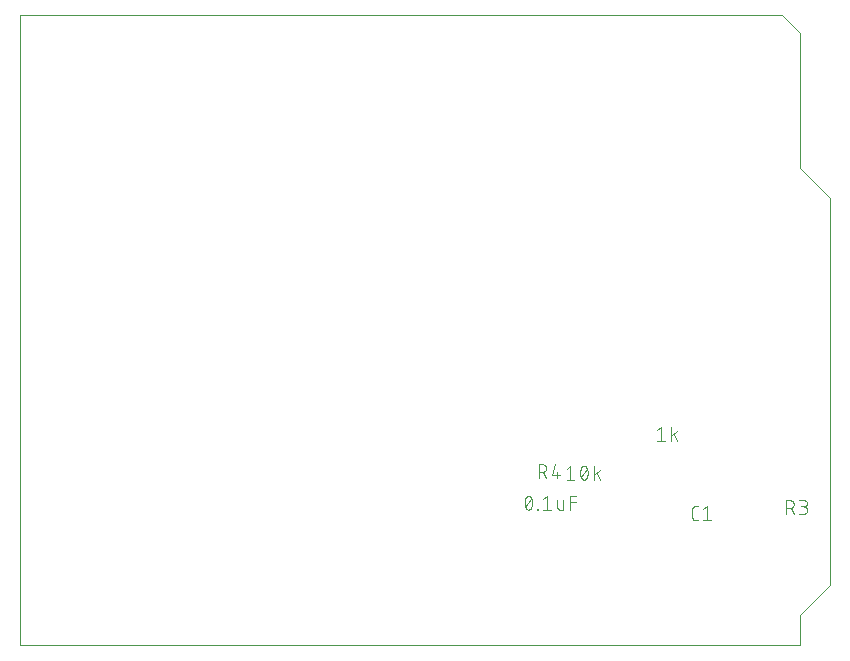
<source format=gbr>
G04 EAGLE Gerber RS-274X export*
G75*
%MOMM*%
%FSLAX34Y34*%
%LPD*%
%INSilkscreen Bottom*%
%IPPOS*%
%AMOC8*
5,1,8,0,0,1.08239X$1,22.5*%
G01*
%ADD10C,0.000000*%
%ADD11C,0.101600*%


D10*
X421640Y-12700D02*
X1082040Y-12700D01*
X1082040Y12700D01*
X1107440Y38100D01*
X1107440Y365760D01*
X1082040Y391160D01*
X1082040Y505460D01*
X1066800Y520700D01*
X421640Y520700D01*
X421640Y-12700D01*
D11*
X1070035Y98298D02*
X1070035Y109982D01*
X1073280Y109982D01*
X1073393Y109980D01*
X1073506Y109974D01*
X1073619Y109964D01*
X1073732Y109950D01*
X1073844Y109933D01*
X1073955Y109911D01*
X1074065Y109886D01*
X1074175Y109856D01*
X1074283Y109823D01*
X1074390Y109786D01*
X1074496Y109746D01*
X1074600Y109701D01*
X1074703Y109653D01*
X1074804Y109602D01*
X1074903Y109547D01*
X1075000Y109489D01*
X1075095Y109427D01*
X1075188Y109362D01*
X1075278Y109294D01*
X1075366Y109223D01*
X1075452Y109148D01*
X1075535Y109071D01*
X1075615Y108991D01*
X1075692Y108908D01*
X1075767Y108822D01*
X1075838Y108734D01*
X1075906Y108644D01*
X1075971Y108551D01*
X1076033Y108456D01*
X1076091Y108359D01*
X1076146Y108260D01*
X1076197Y108159D01*
X1076245Y108056D01*
X1076290Y107952D01*
X1076330Y107846D01*
X1076367Y107739D01*
X1076400Y107631D01*
X1076430Y107521D01*
X1076455Y107411D01*
X1076477Y107300D01*
X1076494Y107188D01*
X1076508Y107075D01*
X1076518Y106962D01*
X1076524Y106849D01*
X1076526Y106736D01*
X1076524Y106623D01*
X1076518Y106510D01*
X1076508Y106397D01*
X1076494Y106284D01*
X1076477Y106172D01*
X1076455Y106061D01*
X1076430Y105951D01*
X1076400Y105841D01*
X1076367Y105733D01*
X1076330Y105626D01*
X1076290Y105520D01*
X1076245Y105416D01*
X1076197Y105313D01*
X1076146Y105212D01*
X1076091Y105113D01*
X1076033Y105016D01*
X1075971Y104921D01*
X1075906Y104828D01*
X1075838Y104738D01*
X1075767Y104650D01*
X1075692Y104564D01*
X1075615Y104481D01*
X1075535Y104401D01*
X1075452Y104324D01*
X1075366Y104249D01*
X1075278Y104178D01*
X1075188Y104110D01*
X1075095Y104045D01*
X1075000Y103983D01*
X1074903Y103925D01*
X1074804Y103870D01*
X1074703Y103819D01*
X1074600Y103771D01*
X1074496Y103726D01*
X1074390Y103686D01*
X1074283Y103649D01*
X1074175Y103616D01*
X1074065Y103586D01*
X1073955Y103561D01*
X1073844Y103539D01*
X1073732Y103522D01*
X1073619Y103508D01*
X1073506Y103498D01*
X1073393Y103492D01*
X1073280Y103490D01*
X1073280Y103491D02*
X1070035Y103491D01*
X1073929Y103491D02*
X1076526Y98298D01*
X1081391Y98298D02*
X1084636Y98298D01*
X1084749Y98300D01*
X1084862Y98306D01*
X1084975Y98316D01*
X1085088Y98330D01*
X1085200Y98347D01*
X1085311Y98369D01*
X1085421Y98394D01*
X1085531Y98424D01*
X1085639Y98457D01*
X1085746Y98494D01*
X1085852Y98534D01*
X1085956Y98579D01*
X1086059Y98627D01*
X1086160Y98678D01*
X1086259Y98733D01*
X1086356Y98791D01*
X1086451Y98853D01*
X1086544Y98918D01*
X1086634Y98986D01*
X1086722Y99057D01*
X1086808Y99132D01*
X1086891Y99209D01*
X1086971Y99289D01*
X1087048Y99372D01*
X1087123Y99458D01*
X1087194Y99546D01*
X1087262Y99636D01*
X1087327Y99729D01*
X1087389Y99824D01*
X1087447Y99921D01*
X1087502Y100020D01*
X1087553Y100121D01*
X1087601Y100224D01*
X1087646Y100328D01*
X1087686Y100434D01*
X1087723Y100541D01*
X1087756Y100649D01*
X1087786Y100759D01*
X1087811Y100869D01*
X1087833Y100980D01*
X1087850Y101092D01*
X1087864Y101205D01*
X1087874Y101318D01*
X1087880Y101431D01*
X1087882Y101544D01*
X1087880Y101657D01*
X1087874Y101770D01*
X1087864Y101883D01*
X1087850Y101996D01*
X1087833Y102108D01*
X1087811Y102219D01*
X1087786Y102329D01*
X1087756Y102439D01*
X1087723Y102547D01*
X1087686Y102654D01*
X1087646Y102760D01*
X1087601Y102864D01*
X1087553Y102967D01*
X1087502Y103068D01*
X1087447Y103167D01*
X1087389Y103264D01*
X1087327Y103359D01*
X1087262Y103452D01*
X1087194Y103542D01*
X1087123Y103630D01*
X1087048Y103716D01*
X1086971Y103799D01*
X1086891Y103879D01*
X1086808Y103956D01*
X1086722Y104031D01*
X1086634Y104102D01*
X1086544Y104170D01*
X1086451Y104235D01*
X1086356Y104297D01*
X1086259Y104355D01*
X1086160Y104410D01*
X1086059Y104461D01*
X1085956Y104509D01*
X1085852Y104554D01*
X1085746Y104594D01*
X1085639Y104631D01*
X1085531Y104664D01*
X1085421Y104694D01*
X1085311Y104719D01*
X1085200Y104741D01*
X1085088Y104758D01*
X1084975Y104772D01*
X1084862Y104782D01*
X1084749Y104788D01*
X1084636Y104790D01*
X1085286Y109982D02*
X1081391Y109982D01*
X1085286Y109982D02*
X1085387Y109980D01*
X1085487Y109974D01*
X1085587Y109964D01*
X1085687Y109951D01*
X1085786Y109933D01*
X1085885Y109912D01*
X1085982Y109887D01*
X1086079Y109858D01*
X1086174Y109825D01*
X1086268Y109789D01*
X1086360Y109749D01*
X1086451Y109706D01*
X1086540Y109659D01*
X1086627Y109609D01*
X1086713Y109555D01*
X1086796Y109498D01*
X1086876Y109438D01*
X1086955Y109375D01*
X1087031Y109308D01*
X1087104Y109239D01*
X1087174Y109167D01*
X1087242Y109093D01*
X1087307Y109016D01*
X1087368Y108936D01*
X1087427Y108854D01*
X1087482Y108770D01*
X1087534Y108684D01*
X1087583Y108596D01*
X1087628Y108506D01*
X1087670Y108414D01*
X1087708Y108321D01*
X1087742Y108226D01*
X1087773Y108131D01*
X1087800Y108034D01*
X1087823Y107936D01*
X1087843Y107837D01*
X1087858Y107737D01*
X1087870Y107637D01*
X1087878Y107537D01*
X1087882Y107436D01*
X1087882Y107336D01*
X1087878Y107235D01*
X1087870Y107135D01*
X1087858Y107035D01*
X1087843Y106935D01*
X1087823Y106836D01*
X1087800Y106738D01*
X1087773Y106641D01*
X1087742Y106546D01*
X1087708Y106451D01*
X1087670Y106358D01*
X1087628Y106266D01*
X1087583Y106176D01*
X1087534Y106088D01*
X1087482Y106002D01*
X1087427Y105918D01*
X1087368Y105836D01*
X1087307Y105756D01*
X1087242Y105679D01*
X1087174Y105605D01*
X1087104Y105533D01*
X1087031Y105464D01*
X1086955Y105397D01*
X1086876Y105334D01*
X1086796Y105274D01*
X1086713Y105217D01*
X1086627Y105163D01*
X1086540Y105113D01*
X1086451Y105066D01*
X1086360Y105023D01*
X1086268Y104983D01*
X1086174Y104947D01*
X1086079Y104914D01*
X1085982Y104885D01*
X1085885Y104860D01*
X1085786Y104839D01*
X1085687Y104821D01*
X1085587Y104808D01*
X1085487Y104798D01*
X1085387Y104792D01*
X1085286Y104790D01*
X1085286Y104789D02*
X1082689Y104789D01*
X963874Y172212D02*
X960628Y169616D01*
X963874Y172212D02*
X963874Y160528D01*
X967119Y160528D02*
X960628Y160528D01*
X972462Y160528D02*
X972462Y172212D01*
X977654Y168317D02*
X972462Y164423D01*
X974733Y166045D02*
X977654Y160528D01*
X860485Y140462D02*
X860485Y128778D01*
X860485Y140462D02*
X863730Y140462D01*
X863843Y140460D01*
X863956Y140454D01*
X864069Y140444D01*
X864182Y140430D01*
X864294Y140413D01*
X864405Y140391D01*
X864515Y140366D01*
X864625Y140336D01*
X864733Y140303D01*
X864840Y140266D01*
X864946Y140226D01*
X865050Y140181D01*
X865153Y140133D01*
X865254Y140082D01*
X865353Y140027D01*
X865450Y139969D01*
X865545Y139907D01*
X865638Y139842D01*
X865728Y139774D01*
X865816Y139703D01*
X865902Y139628D01*
X865985Y139551D01*
X866065Y139471D01*
X866142Y139388D01*
X866217Y139302D01*
X866288Y139214D01*
X866356Y139124D01*
X866421Y139031D01*
X866483Y138936D01*
X866541Y138839D01*
X866596Y138740D01*
X866647Y138639D01*
X866695Y138536D01*
X866740Y138432D01*
X866780Y138326D01*
X866817Y138219D01*
X866850Y138111D01*
X866880Y138001D01*
X866905Y137891D01*
X866927Y137780D01*
X866944Y137668D01*
X866958Y137555D01*
X866968Y137442D01*
X866974Y137329D01*
X866976Y137216D01*
X866974Y137103D01*
X866968Y136990D01*
X866958Y136877D01*
X866944Y136764D01*
X866927Y136652D01*
X866905Y136541D01*
X866880Y136431D01*
X866850Y136321D01*
X866817Y136213D01*
X866780Y136106D01*
X866740Y136000D01*
X866695Y135896D01*
X866647Y135793D01*
X866596Y135692D01*
X866541Y135593D01*
X866483Y135496D01*
X866421Y135401D01*
X866356Y135308D01*
X866288Y135218D01*
X866217Y135130D01*
X866142Y135044D01*
X866065Y134961D01*
X865985Y134881D01*
X865902Y134804D01*
X865816Y134729D01*
X865728Y134658D01*
X865638Y134590D01*
X865545Y134525D01*
X865450Y134463D01*
X865353Y134405D01*
X865254Y134350D01*
X865153Y134299D01*
X865050Y134251D01*
X864946Y134206D01*
X864840Y134166D01*
X864733Y134129D01*
X864625Y134096D01*
X864515Y134066D01*
X864405Y134041D01*
X864294Y134019D01*
X864182Y134002D01*
X864069Y133988D01*
X863956Y133978D01*
X863843Y133972D01*
X863730Y133970D01*
X863730Y133971D02*
X860485Y133971D01*
X864379Y133971D02*
X866976Y128778D01*
X871841Y131374D02*
X874437Y140462D01*
X871841Y131374D02*
X878332Y131374D01*
X876385Y133971D02*
X876385Y128778D01*
X884166Y136596D02*
X887411Y139192D01*
X887411Y127508D01*
X884166Y127508D02*
X890657Y127508D01*
X895596Y133350D02*
X895599Y133580D01*
X895607Y133810D01*
X895621Y134039D01*
X895640Y134268D01*
X895665Y134497D01*
X895695Y134724D01*
X895730Y134952D01*
X895771Y135178D01*
X895817Y135403D01*
X895869Y135627D01*
X895926Y135849D01*
X895988Y136071D01*
X896056Y136290D01*
X896129Y136508D01*
X896207Y136725D01*
X896290Y136939D01*
X896378Y137151D01*
X896471Y137361D01*
X896570Y137569D01*
X896569Y137569D02*
X896602Y137659D01*
X896638Y137748D01*
X896678Y137836D01*
X896722Y137921D01*
X896769Y138005D01*
X896819Y138087D01*
X896873Y138167D01*
X896929Y138244D01*
X896989Y138320D01*
X897052Y138393D01*
X897117Y138463D01*
X897186Y138531D01*
X897257Y138595D01*
X897330Y138657D01*
X897406Y138716D01*
X897484Y138772D01*
X897565Y138825D01*
X897647Y138874D01*
X897731Y138920D01*
X897818Y138963D01*
X897905Y139002D01*
X897995Y139038D01*
X898085Y139070D01*
X898177Y139098D01*
X898270Y139123D01*
X898364Y139144D01*
X898458Y139161D01*
X898553Y139175D01*
X898649Y139184D01*
X898745Y139190D01*
X898841Y139192D01*
X898937Y139190D01*
X899033Y139184D01*
X899129Y139175D01*
X899224Y139161D01*
X899318Y139144D01*
X899412Y139123D01*
X899505Y139098D01*
X899597Y139070D01*
X899687Y139038D01*
X899777Y139002D01*
X899864Y138963D01*
X899951Y138920D01*
X900035Y138874D01*
X900117Y138825D01*
X900198Y138772D01*
X900276Y138716D01*
X900352Y138657D01*
X900425Y138595D01*
X900496Y138531D01*
X900565Y138463D01*
X900630Y138393D01*
X900693Y138320D01*
X900753Y138244D01*
X900809Y138167D01*
X900863Y138087D01*
X900913Y138005D01*
X900960Y137921D01*
X901004Y137836D01*
X901044Y137748D01*
X901080Y137659D01*
X901113Y137569D01*
X901212Y137362D01*
X901305Y137152D01*
X901393Y136939D01*
X901476Y136725D01*
X901554Y136509D01*
X901627Y136291D01*
X901695Y136071D01*
X901757Y135850D01*
X901814Y135627D01*
X901866Y135403D01*
X901912Y135178D01*
X901953Y134952D01*
X901988Y134725D01*
X902018Y134497D01*
X902043Y134268D01*
X902062Y134039D01*
X902076Y133810D01*
X902084Y133580D01*
X902087Y133350D01*
X895595Y133350D02*
X895598Y133120D01*
X895606Y132890D01*
X895620Y132661D01*
X895639Y132432D01*
X895664Y132203D01*
X895694Y131975D01*
X895729Y131748D01*
X895770Y131522D01*
X895816Y131297D01*
X895868Y131073D01*
X895925Y130850D01*
X895987Y130629D01*
X896055Y130409D01*
X896128Y130191D01*
X896206Y129975D01*
X896289Y129761D01*
X896377Y129549D01*
X896470Y129338D01*
X896569Y129131D01*
X896602Y129041D01*
X896638Y128952D01*
X896679Y128864D01*
X896722Y128779D01*
X896769Y128695D01*
X896819Y128613D01*
X896873Y128533D01*
X896929Y128456D01*
X896989Y128380D01*
X897052Y128307D01*
X897117Y128237D01*
X897186Y128169D01*
X897257Y128105D01*
X897330Y128043D01*
X897406Y127984D01*
X897484Y127928D01*
X897565Y127875D01*
X897647Y127826D01*
X897731Y127780D01*
X897818Y127737D01*
X897905Y127698D01*
X897995Y127662D01*
X898085Y127630D01*
X898177Y127602D01*
X898270Y127577D01*
X898364Y127556D01*
X898458Y127539D01*
X898553Y127525D01*
X898649Y127516D01*
X898745Y127510D01*
X898841Y127508D01*
X901113Y129131D02*
X901212Y129338D01*
X901305Y129549D01*
X901393Y129761D01*
X901476Y129975D01*
X901554Y130191D01*
X901627Y130409D01*
X901695Y130629D01*
X901757Y130850D01*
X901814Y131073D01*
X901866Y131297D01*
X901912Y131522D01*
X901953Y131748D01*
X901988Y131975D01*
X902018Y132203D01*
X902043Y132432D01*
X902062Y132661D01*
X902076Y132890D01*
X902084Y133120D01*
X902087Y133350D01*
X901113Y129131D02*
X901080Y129041D01*
X901044Y128952D01*
X901004Y128864D01*
X900960Y128779D01*
X900913Y128695D01*
X900863Y128613D01*
X900809Y128533D01*
X900753Y128456D01*
X900693Y128380D01*
X900630Y128307D01*
X900565Y128237D01*
X900496Y128169D01*
X900425Y128105D01*
X900352Y128043D01*
X900276Y127984D01*
X900198Y127928D01*
X900117Y127875D01*
X900035Y127826D01*
X899951Y127780D01*
X899864Y127737D01*
X899777Y127698D01*
X899687Y127662D01*
X899597Y127630D01*
X899505Y127602D01*
X899412Y127577D01*
X899318Y127556D01*
X899224Y127539D01*
X899129Y127525D01*
X899033Y127516D01*
X898937Y127510D01*
X898841Y127508D01*
X896245Y130104D02*
X901438Y136596D01*
X907429Y139192D02*
X907429Y127508D01*
X907429Y131403D02*
X912622Y135297D01*
X909701Y133025D02*
X912622Y127508D01*
X993149Y93218D02*
X995746Y93218D01*
X993149Y93218D02*
X993050Y93220D01*
X992950Y93226D01*
X992851Y93235D01*
X992753Y93248D01*
X992655Y93265D01*
X992557Y93286D01*
X992461Y93311D01*
X992366Y93339D01*
X992272Y93371D01*
X992179Y93406D01*
X992087Y93445D01*
X991997Y93488D01*
X991909Y93533D01*
X991822Y93583D01*
X991738Y93635D01*
X991655Y93691D01*
X991575Y93749D01*
X991497Y93811D01*
X991422Y93876D01*
X991349Y93944D01*
X991279Y94014D01*
X991211Y94087D01*
X991146Y94162D01*
X991084Y94240D01*
X991026Y94320D01*
X990970Y94403D01*
X990918Y94487D01*
X990868Y94574D01*
X990823Y94662D01*
X990780Y94752D01*
X990741Y94844D01*
X990706Y94937D01*
X990674Y95031D01*
X990646Y95126D01*
X990621Y95222D01*
X990600Y95320D01*
X990583Y95418D01*
X990570Y95516D01*
X990561Y95615D01*
X990555Y95715D01*
X990553Y95814D01*
X990553Y102306D01*
X990555Y102405D01*
X990561Y102505D01*
X990570Y102604D01*
X990583Y102702D01*
X990600Y102800D01*
X990621Y102898D01*
X990646Y102994D01*
X990674Y103089D01*
X990706Y103183D01*
X990741Y103276D01*
X990780Y103368D01*
X990823Y103458D01*
X990868Y103546D01*
X990918Y103633D01*
X990970Y103717D01*
X991026Y103800D01*
X991084Y103880D01*
X991146Y103958D01*
X991211Y104033D01*
X991279Y104106D01*
X991349Y104176D01*
X991422Y104244D01*
X991497Y104309D01*
X991575Y104371D01*
X991655Y104429D01*
X991738Y104485D01*
X991822Y104537D01*
X991909Y104587D01*
X991997Y104632D01*
X992087Y104675D01*
X992179Y104714D01*
X992271Y104749D01*
X992366Y104781D01*
X992461Y104809D01*
X992557Y104834D01*
X992655Y104855D01*
X992753Y104872D01*
X992851Y104885D01*
X992950Y104894D01*
X993050Y104900D01*
X993149Y104902D01*
X995746Y104902D01*
X1000111Y102306D02*
X1003356Y104902D01*
X1003356Y93218D01*
X1000111Y93218D02*
X1006602Y93218D01*
X849580Y112169D02*
X849481Y111961D01*
X849388Y111751D01*
X849300Y111539D01*
X849217Y111325D01*
X849139Y111108D01*
X849066Y110890D01*
X848998Y110671D01*
X848936Y110449D01*
X848879Y110227D01*
X848827Y110003D01*
X848781Y109778D01*
X848740Y109552D01*
X848705Y109324D01*
X848675Y109097D01*
X848650Y108868D01*
X848631Y108639D01*
X848617Y108410D01*
X848609Y108180D01*
X848606Y107950D01*
X849579Y112169D02*
X849612Y112259D01*
X849648Y112348D01*
X849688Y112436D01*
X849732Y112521D01*
X849779Y112605D01*
X849829Y112687D01*
X849883Y112767D01*
X849939Y112844D01*
X849999Y112920D01*
X850062Y112993D01*
X850127Y113063D01*
X850196Y113131D01*
X850267Y113195D01*
X850340Y113257D01*
X850416Y113316D01*
X850494Y113372D01*
X850575Y113425D01*
X850657Y113474D01*
X850741Y113520D01*
X850828Y113563D01*
X850915Y113602D01*
X851005Y113638D01*
X851095Y113670D01*
X851187Y113698D01*
X851280Y113723D01*
X851374Y113744D01*
X851468Y113761D01*
X851563Y113775D01*
X851659Y113784D01*
X851755Y113790D01*
X851851Y113792D01*
X851947Y113790D01*
X852043Y113784D01*
X852139Y113775D01*
X852234Y113761D01*
X852328Y113744D01*
X852422Y113723D01*
X852515Y113698D01*
X852607Y113670D01*
X852697Y113638D01*
X852787Y113602D01*
X852874Y113563D01*
X852961Y113520D01*
X853045Y113474D01*
X853127Y113425D01*
X853208Y113372D01*
X853286Y113316D01*
X853362Y113257D01*
X853435Y113195D01*
X853506Y113131D01*
X853575Y113063D01*
X853640Y112993D01*
X853703Y112920D01*
X853763Y112844D01*
X853819Y112767D01*
X853873Y112687D01*
X853923Y112605D01*
X853970Y112521D01*
X854014Y112436D01*
X854054Y112348D01*
X854090Y112259D01*
X854123Y112169D01*
X854222Y111962D01*
X854315Y111752D01*
X854403Y111539D01*
X854486Y111325D01*
X854564Y111109D01*
X854637Y110891D01*
X854705Y110671D01*
X854767Y110450D01*
X854824Y110227D01*
X854876Y110003D01*
X854922Y109778D01*
X854963Y109552D01*
X854998Y109325D01*
X855028Y109097D01*
X855053Y108868D01*
X855072Y108639D01*
X855086Y108410D01*
X855094Y108180D01*
X855097Y107950D01*
X848605Y107950D02*
X848608Y107720D01*
X848616Y107490D01*
X848630Y107261D01*
X848649Y107032D01*
X848674Y106803D01*
X848704Y106575D01*
X848739Y106348D01*
X848780Y106122D01*
X848826Y105897D01*
X848878Y105673D01*
X848935Y105450D01*
X848997Y105229D01*
X849065Y105009D01*
X849138Y104791D01*
X849216Y104575D01*
X849299Y104361D01*
X849387Y104149D01*
X849480Y103938D01*
X849579Y103731D01*
X849612Y103641D01*
X849648Y103552D01*
X849689Y103464D01*
X849732Y103379D01*
X849779Y103295D01*
X849829Y103213D01*
X849883Y103133D01*
X849939Y103056D01*
X849999Y102980D01*
X850062Y102907D01*
X850127Y102837D01*
X850196Y102769D01*
X850267Y102705D01*
X850340Y102643D01*
X850416Y102584D01*
X850494Y102528D01*
X850575Y102475D01*
X850657Y102426D01*
X850741Y102380D01*
X850828Y102337D01*
X850915Y102298D01*
X851005Y102262D01*
X851095Y102230D01*
X851187Y102202D01*
X851280Y102177D01*
X851374Y102156D01*
X851468Y102139D01*
X851563Y102125D01*
X851659Y102116D01*
X851755Y102110D01*
X851851Y102108D01*
X854123Y103731D02*
X854222Y103938D01*
X854315Y104149D01*
X854403Y104361D01*
X854486Y104575D01*
X854564Y104791D01*
X854637Y105009D01*
X854705Y105229D01*
X854767Y105450D01*
X854824Y105673D01*
X854876Y105897D01*
X854922Y106122D01*
X854963Y106348D01*
X854998Y106575D01*
X855028Y106803D01*
X855053Y107032D01*
X855072Y107261D01*
X855086Y107490D01*
X855094Y107720D01*
X855097Y107950D01*
X854123Y103731D02*
X854090Y103641D01*
X854054Y103552D01*
X854014Y103464D01*
X853970Y103379D01*
X853923Y103295D01*
X853873Y103213D01*
X853819Y103133D01*
X853763Y103056D01*
X853703Y102980D01*
X853640Y102907D01*
X853575Y102837D01*
X853506Y102769D01*
X853435Y102705D01*
X853362Y102643D01*
X853286Y102584D01*
X853208Y102528D01*
X853127Y102475D01*
X853045Y102426D01*
X852961Y102380D01*
X852874Y102337D01*
X852787Y102298D01*
X852697Y102262D01*
X852607Y102230D01*
X852515Y102202D01*
X852422Y102177D01*
X852328Y102156D01*
X852234Y102139D01*
X852139Y102125D01*
X852043Y102116D01*
X851947Y102110D01*
X851851Y102108D01*
X849255Y104704D02*
X854448Y111196D01*
X859528Y102757D02*
X859528Y102108D01*
X859528Y102757D02*
X860177Y102757D01*
X860177Y102108D01*
X859528Y102108D01*
X864608Y111196D02*
X867853Y113792D01*
X867853Y102108D01*
X864608Y102108D02*
X871099Y102108D01*
X876306Y104055D02*
X876306Y109897D01*
X876306Y104055D02*
X876308Y103968D01*
X876314Y103880D01*
X876324Y103794D01*
X876337Y103707D01*
X876355Y103622D01*
X876376Y103537D01*
X876401Y103453D01*
X876430Y103371D01*
X876463Y103290D01*
X876499Y103210D01*
X876538Y103132D01*
X876582Y103056D01*
X876628Y102982D01*
X876678Y102911D01*
X876731Y102841D01*
X876787Y102774D01*
X876846Y102710D01*
X876908Y102648D01*
X876972Y102589D01*
X877039Y102533D01*
X877109Y102480D01*
X877180Y102430D01*
X877254Y102384D01*
X877330Y102340D01*
X877408Y102301D01*
X877488Y102265D01*
X877569Y102232D01*
X877651Y102203D01*
X877735Y102178D01*
X877820Y102157D01*
X877905Y102139D01*
X877992Y102126D01*
X878078Y102116D01*
X878166Y102110D01*
X878253Y102108D01*
X881499Y102108D01*
X881499Y109897D01*
X887109Y113792D02*
X887109Y102108D01*
X887109Y113792D02*
X892302Y113792D01*
X892302Y108599D02*
X887109Y108599D01*
M02*

</source>
